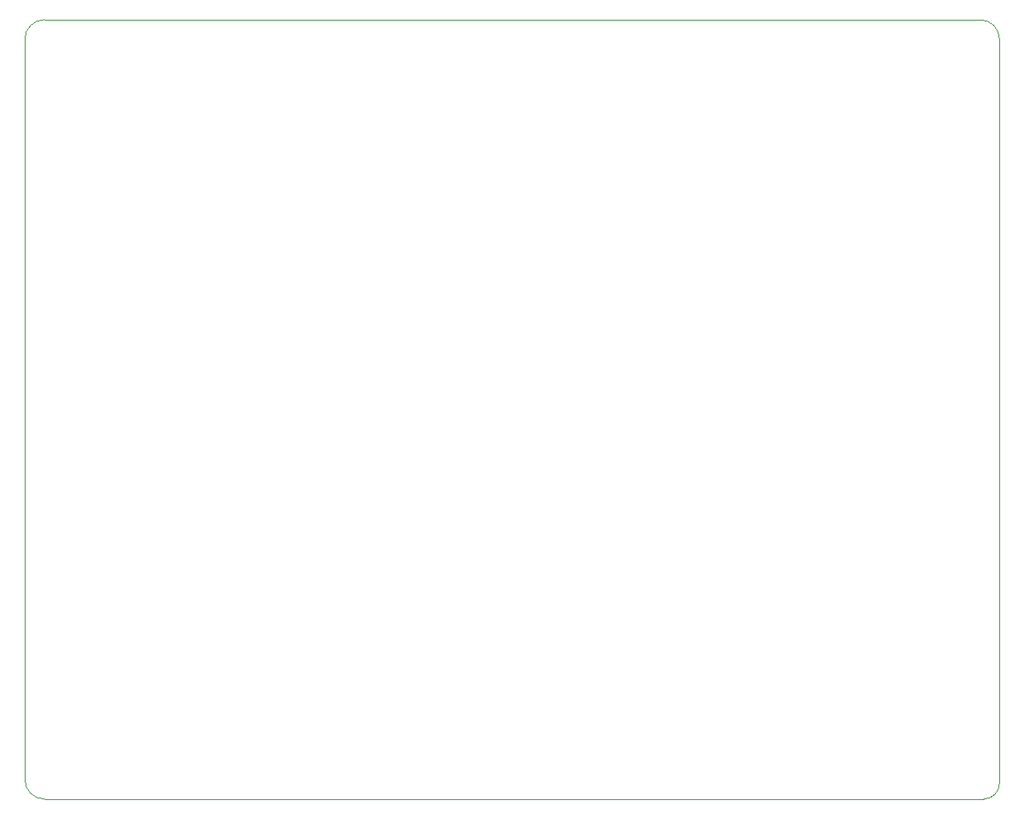
<source format=gm1>
G04 #@! TF.FileFunction,Profile,NP*
%FSLAX46Y46*%
G04 Gerber Fmt 4.6, Leading zero omitted, Abs format (unit mm)*
G04 Created by KiCad (PCBNEW 4.0.1-stable) date 4/8/2017 12:25:21 PM*
%MOMM*%
G01*
G04 APERTURE LIST*
%ADD10C,0.150000*%
%ADD11C,0.100000*%
G04 APERTURE END LIST*
D10*
D11*
X104400000Y-50800000D02*
X200400000Y-50800000D01*
X102400000Y-128800000D02*
X102400000Y-52800000D01*
X200800000Y-130800000D02*
X104400000Y-130800000D01*
X202400000Y-52800000D02*
X202400000Y-129200000D01*
X202400000Y-52800000D02*
G75*
G03X200400000Y-50800000I-2000000J0D01*
G01*
X200800000Y-130800000D02*
G75*
G03X202400000Y-129200000I0J1600000D01*
G01*
X104400000Y-50800000D02*
G75*
G03X102400000Y-52800000I0J-2000000D01*
G01*
X102400000Y-128800000D02*
G75*
G03X104400000Y-130800000I2000000J0D01*
G01*
M02*

</source>
